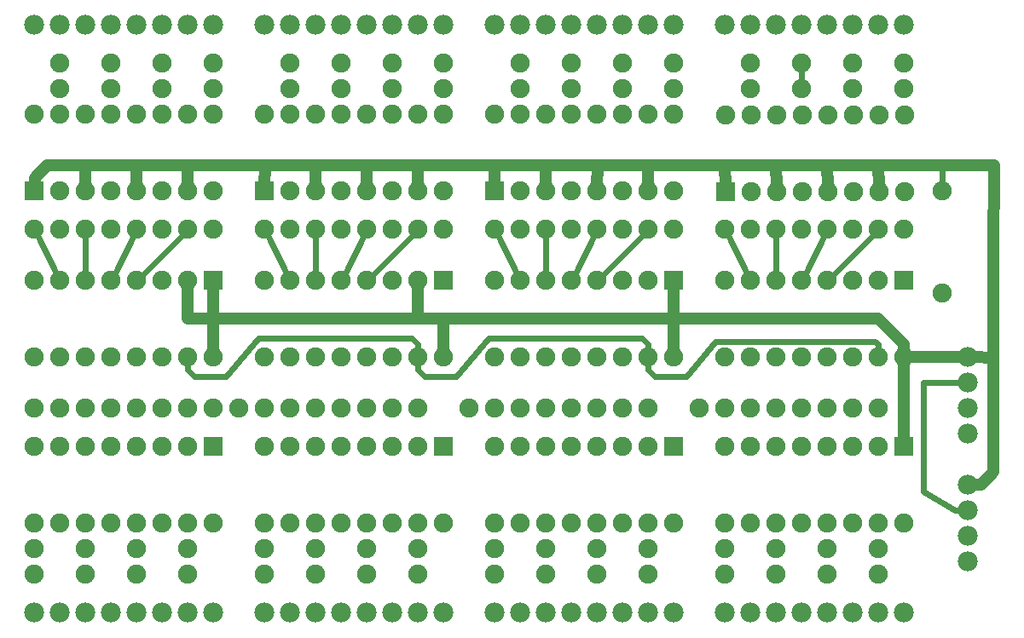
<source format=gtl>
G04 MADE WITH FRITZING*
G04 WWW.FRITZING.ORG*
G04 DOUBLE SIDED*
G04 HOLES PLATED*
G04 CONTOUR ON CENTER OF CONTOUR VECTOR*
%ASAXBY*%
%FSLAX23Y23*%
%MOIN*%
%OFA0B0*%
%SFA1.0B1.0*%
%ADD10C,0.075000*%
%ADD11C,0.078000*%
%ADD12R,0.075000X0.075000*%
%ADD13C,0.024000*%
%ADD14C,0.048000*%
%LNCOPPER1*%
G90*
G70*
G54D10*
X3673Y1854D03*
X3673Y1454D03*
G54D11*
X823Y2504D03*
X723Y2504D03*
X623Y2504D03*
X523Y2504D03*
X423Y2504D03*
X323Y2504D03*
X223Y2504D03*
X123Y2504D03*
X1723Y2504D03*
X1623Y2504D03*
X1523Y2504D03*
X1423Y2504D03*
X1323Y2504D03*
X1223Y2504D03*
X1123Y2504D03*
X1023Y2504D03*
X2623Y2504D03*
X2523Y2504D03*
X2423Y2504D03*
X2323Y2504D03*
X2223Y2504D03*
X2123Y2504D03*
X2023Y2504D03*
X1923Y2504D03*
X3523Y2504D03*
X3423Y2504D03*
X3323Y2504D03*
X3223Y2504D03*
X3123Y2504D03*
X3023Y2504D03*
X2923Y2504D03*
X2823Y2504D03*
G54D10*
X823Y1504D03*
X823Y1204D03*
X723Y1504D03*
X723Y1204D03*
X623Y1504D03*
X623Y1204D03*
X523Y1504D03*
X523Y1204D03*
X423Y1504D03*
X423Y1204D03*
X323Y1504D03*
X323Y1204D03*
X223Y1504D03*
X223Y1204D03*
X123Y1504D03*
X123Y1204D03*
X1723Y1504D03*
X1723Y1204D03*
X1623Y1504D03*
X1623Y1204D03*
X1523Y1504D03*
X1523Y1204D03*
X1423Y1504D03*
X1423Y1204D03*
X1323Y1504D03*
X1323Y1204D03*
X1223Y1504D03*
X1223Y1204D03*
X1123Y1504D03*
X1123Y1204D03*
X1023Y1504D03*
X1023Y1204D03*
X2623Y1504D03*
X2623Y1204D03*
X2523Y1504D03*
X2523Y1204D03*
X2423Y1504D03*
X2423Y1204D03*
X2323Y1504D03*
X2323Y1204D03*
X2223Y1504D03*
X2223Y1204D03*
X2123Y1504D03*
X2123Y1204D03*
X2023Y1504D03*
X2023Y1204D03*
X1923Y1504D03*
X1923Y1204D03*
X3523Y1504D03*
X3523Y1204D03*
X3423Y1504D03*
X3423Y1204D03*
X3323Y1504D03*
X3323Y1204D03*
X3223Y1504D03*
X3223Y1204D03*
X3123Y1504D03*
X3123Y1204D03*
X3023Y1504D03*
X3023Y1204D03*
X2923Y1504D03*
X2923Y1204D03*
X2823Y1504D03*
X2823Y1204D03*
G54D11*
X3773Y704D03*
X3773Y604D03*
X3773Y504D03*
X3773Y404D03*
X3773Y1204D03*
X3773Y1104D03*
X3773Y1004D03*
X3773Y904D03*
G54D10*
X823Y854D03*
X823Y554D03*
X723Y854D03*
X723Y554D03*
X623Y854D03*
X623Y554D03*
X523Y854D03*
X523Y554D03*
X423Y854D03*
X423Y554D03*
X323Y854D03*
X323Y554D03*
X223Y854D03*
X223Y554D03*
X123Y854D03*
X123Y554D03*
X1723Y854D03*
X1723Y554D03*
X1623Y854D03*
X1623Y554D03*
X1523Y854D03*
X1523Y554D03*
X1423Y854D03*
X1423Y554D03*
X1323Y854D03*
X1323Y554D03*
X1223Y854D03*
X1223Y554D03*
X1123Y854D03*
X1123Y554D03*
X1023Y854D03*
X1023Y554D03*
X2623Y854D03*
X2623Y554D03*
X2523Y854D03*
X2523Y554D03*
X2423Y854D03*
X2423Y554D03*
X2323Y854D03*
X2323Y554D03*
X2223Y854D03*
X2223Y554D03*
X2123Y854D03*
X2123Y554D03*
X2023Y854D03*
X2023Y554D03*
X1923Y854D03*
X1923Y554D03*
X3523Y854D03*
X3523Y554D03*
X3423Y854D03*
X3423Y554D03*
X3323Y854D03*
X3323Y554D03*
X3223Y854D03*
X3223Y554D03*
X3123Y854D03*
X3123Y554D03*
X3023Y854D03*
X3023Y554D03*
X2923Y854D03*
X2923Y554D03*
X2823Y854D03*
X2823Y554D03*
X123Y1854D03*
X123Y2154D03*
X223Y1854D03*
X223Y2154D03*
X323Y1854D03*
X323Y2154D03*
X423Y1854D03*
X423Y2154D03*
X523Y1854D03*
X523Y2154D03*
X623Y1854D03*
X623Y2154D03*
X723Y1854D03*
X723Y2154D03*
X823Y1854D03*
X823Y2154D03*
X1923Y1854D03*
X1923Y2154D03*
X2023Y1854D03*
X2023Y2154D03*
X2123Y1854D03*
X2123Y2154D03*
X2223Y1854D03*
X2223Y2154D03*
X2323Y1854D03*
X2323Y2154D03*
X2423Y1854D03*
X2423Y2154D03*
X2523Y1854D03*
X2523Y2154D03*
X2623Y1854D03*
X2623Y2154D03*
X1023Y1854D03*
X1023Y2154D03*
X1123Y1854D03*
X1123Y2154D03*
X1223Y1854D03*
X1223Y2154D03*
X1323Y1854D03*
X1323Y2154D03*
X1423Y1854D03*
X1423Y2154D03*
X1523Y1854D03*
X1523Y2154D03*
X1623Y1854D03*
X1623Y2154D03*
X1723Y1854D03*
X1723Y2154D03*
X2824Y1853D03*
X2824Y2153D03*
X2924Y1853D03*
X2924Y2153D03*
X3024Y1853D03*
X3024Y2153D03*
X3124Y1853D03*
X3124Y2153D03*
X3224Y1853D03*
X3224Y2153D03*
X3324Y1853D03*
X3324Y2153D03*
X3424Y1853D03*
X3424Y2153D03*
X3524Y1853D03*
X3524Y2153D03*
X3523Y2254D03*
X3523Y2354D03*
X3123Y2354D03*
X3123Y2254D03*
X1723Y2354D03*
X1723Y2254D03*
X2623Y2354D03*
X2623Y2254D03*
X1523Y2354D03*
X1523Y2254D03*
X2423Y2354D03*
X2423Y2254D03*
X1323Y2354D03*
X1323Y2254D03*
X2223Y2354D03*
X2223Y2254D03*
X1123Y2354D03*
X1123Y2254D03*
X2023Y2354D03*
X2023Y2254D03*
X3323Y1004D03*
X3423Y1004D03*
X3123Y1004D03*
X3223Y1004D03*
X2923Y1004D03*
X3023Y1004D03*
X123Y1004D03*
X223Y1004D03*
X923Y1004D03*
X1023Y1004D03*
X1823Y1004D03*
X1923Y1004D03*
X323Y1004D03*
X423Y1004D03*
X1123Y1004D03*
X1223Y1004D03*
X2023Y1004D03*
X2123Y1004D03*
X523Y1004D03*
X623Y1004D03*
X1323Y1004D03*
X1423Y1004D03*
X2223Y1004D03*
X2323Y1004D03*
X723Y1004D03*
X823Y1004D03*
X1523Y1004D03*
X1623Y1004D03*
X2423Y1004D03*
X2523Y1004D03*
X2723Y1004D03*
X2823Y1004D03*
X3423Y1704D03*
X3523Y1704D03*
X3023Y1704D03*
X3123Y1704D03*
X3323Y1704D03*
X3223Y1704D03*
X723Y1704D03*
X823Y1704D03*
X1623Y1704D03*
X1723Y1704D03*
X2523Y1704D03*
X2623Y1704D03*
X623Y1704D03*
X523Y1704D03*
X1523Y1704D03*
X1423Y1704D03*
X2423Y1704D03*
X2323Y1704D03*
X323Y1704D03*
X423Y1704D03*
X1223Y1704D03*
X1323Y1704D03*
X2123Y1704D03*
X2223Y1704D03*
X223Y1704D03*
X123Y1704D03*
X1123Y1704D03*
X1023Y1704D03*
X2023Y1704D03*
X1923Y1704D03*
X2923Y1704D03*
X2823Y1704D03*
X3423Y454D03*
X3423Y354D03*
X3223Y454D03*
X3223Y354D03*
X3023Y454D03*
X3023Y354D03*
X723Y454D03*
X723Y354D03*
X1623Y454D03*
X1623Y354D03*
X2523Y454D03*
X2523Y354D03*
X523Y454D03*
X523Y354D03*
X1423Y454D03*
X1423Y354D03*
X2323Y454D03*
X2323Y354D03*
X323Y454D03*
X323Y354D03*
X1223Y454D03*
X1223Y354D03*
X2123Y454D03*
X2123Y354D03*
X123Y454D03*
X123Y354D03*
X1023Y454D03*
X1023Y354D03*
X1923Y454D03*
X1923Y354D03*
X2823Y454D03*
X2823Y354D03*
X823Y2354D03*
X823Y2254D03*
X623Y2354D03*
X623Y2254D03*
X223Y2354D03*
X223Y2254D03*
X423Y2354D03*
X423Y2254D03*
G54D11*
X123Y204D03*
X223Y204D03*
X323Y204D03*
X423Y204D03*
X523Y204D03*
X623Y204D03*
X723Y204D03*
X823Y204D03*
X2823Y204D03*
X2923Y204D03*
X3023Y204D03*
X3123Y204D03*
X3223Y204D03*
X3323Y204D03*
X3423Y204D03*
X3523Y204D03*
X1923Y204D03*
X2023Y204D03*
X2123Y204D03*
X2223Y204D03*
X2323Y204D03*
X2423Y204D03*
X2523Y204D03*
X2623Y204D03*
X1023Y204D03*
X1123Y204D03*
X1223Y204D03*
X1323Y204D03*
X1423Y204D03*
X1523Y204D03*
X1623Y204D03*
X1723Y204D03*
G54D10*
X3323Y2254D03*
X3323Y2354D03*
X2923Y2354D03*
X2923Y2254D03*
G54D12*
X823Y1504D03*
X1723Y1504D03*
X2623Y1504D03*
X3523Y1504D03*
X823Y854D03*
X1723Y854D03*
X2623Y854D03*
X3523Y854D03*
X123Y1854D03*
X1923Y1854D03*
X1023Y1854D03*
X2824Y1853D03*
G54D13*
X3673Y1954D02*
X3673Y1872D01*
D02*
X323Y1522D02*
X323Y1687D01*
D02*
X215Y1520D02*
X131Y1688D01*
D02*
X431Y1520D02*
X515Y1688D01*
D02*
X535Y1517D02*
X711Y1692D01*
D02*
X1115Y1520D02*
X1031Y1688D01*
D02*
X1435Y1517D02*
X1611Y1692D01*
D02*
X1331Y1520D02*
X1415Y1688D01*
D02*
X1223Y1522D02*
X1223Y1687D01*
D02*
X2335Y1517D02*
X2511Y1692D01*
D02*
X2231Y1520D02*
X2315Y1688D01*
D02*
X2123Y1522D02*
X2123Y1687D01*
D02*
X2015Y1520D02*
X1931Y1688D01*
D02*
X3023Y1522D02*
X3023Y1687D01*
D02*
X3131Y1520D02*
X3215Y1688D01*
D02*
X2915Y1520D02*
X2831Y1688D01*
D02*
X3235Y1517D02*
X3411Y1692D01*
G54D14*
D02*
X3523Y1187D02*
X3523Y872D01*
D02*
X2623Y1487D02*
X2623Y1354D01*
G54D13*
D02*
X3123Y2337D02*
X3123Y2272D01*
D02*
X3598Y1104D02*
X3754Y1104D01*
D02*
X3598Y679D02*
X3598Y1104D01*
D02*
X3754Y604D02*
X3723Y604D01*
G54D14*
D02*
X723Y1354D02*
X723Y1487D01*
D02*
X823Y1354D02*
X723Y1354D01*
D02*
X823Y1354D02*
X823Y1487D01*
D02*
X1623Y1354D02*
X1623Y1487D01*
D02*
X1623Y1954D02*
X1623Y1872D01*
D02*
X1423Y1954D02*
X1423Y1872D01*
D02*
X1222Y1954D02*
X1223Y1872D01*
D02*
X1623Y1954D02*
X1423Y1954D01*
D02*
X1423Y1954D02*
X1222Y1954D01*
D02*
X1222Y1954D02*
X1024Y1954D01*
D02*
X322Y1955D02*
X323Y1872D01*
D02*
X523Y1955D02*
X523Y1872D01*
D02*
X723Y1955D02*
X723Y1872D01*
D02*
X723Y1955D02*
X523Y1955D01*
D02*
X523Y1955D02*
X322Y1955D01*
D02*
X322Y1955D02*
X173Y1955D01*
D02*
X1024Y1954D02*
X1023Y1872D01*
D02*
X1024Y1954D02*
X723Y1955D01*
D02*
X173Y1955D02*
X124Y1904D01*
D02*
X124Y1904D02*
X123Y1872D01*
D02*
X1923Y1954D02*
X1623Y1954D01*
D02*
X3824Y705D02*
X3792Y704D01*
D02*
X3872Y1203D02*
X3872Y755D01*
D02*
X3872Y755D02*
X3824Y705D01*
D02*
X3792Y1204D02*
X3872Y1203D01*
D02*
X2523Y1954D02*
X2324Y1954D01*
D02*
X2324Y1954D02*
X2123Y1954D01*
D02*
X2123Y1954D02*
X1923Y1954D01*
D02*
X1923Y1954D02*
X1923Y1872D01*
D02*
X2822Y1954D02*
X2523Y1954D01*
D02*
X2123Y1954D02*
X2123Y1872D01*
D02*
X2324Y1954D02*
X2323Y1872D01*
D02*
X2523Y1954D02*
X2523Y1872D01*
D02*
X1623Y1354D02*
X823Y1354D01*
D02*
X1723Y1354D02*
X1623Y1354D01*
D02*
X823Y1354D02*
X823Y1222D01*
D02*
X1723Y1222D02*
X1723Y1354D01*
D02*
X2623Y1354D02*
X2623Y1222D01*
D02*
X2523Y1354D02*
X2623Y1354D01*
D02*
X1723Y1354D02*
X2523Y1354D01*
D02*
X3523Y1254D02*
X3523Y1222D01*
D02*
X3423Y1354D02*
X3523Y1254D01*
D02*
X2623Y1354D02*
X3423Y1354D01*
G54D13*
D02*
X1623Y1154D02*
X1623Y1187D01*
D02*
X1648Y1130D02*
X1623Y1154D01*
D02*
X2498Y1279D02*
X1898Y1279D01*
D02*
X2523Y1222D02*
X2523Y1254D01*
D02*
X2523Y1254D02*
X2498Y1279D01*
D02*
X1898Y1279D02*
X1773Y1130D01*
D02*
X1773Y1130D02*
X1648Y1130D01*
D02*
X2523Y1187D02*
X2523Y1154D01*
D02*
X3423Y1254D02*
X3423Y1222D01*
D02*
X2548Y1130D02*
X2673Y1130D01*
D02*
X2785Y1267D02*
X3410Y1267D01*
D02*
X2673Y1130D02*
X2785Y1267D01*
D02*
X3410Y1267D02*
X3423Y1254D01*
D02*
X2523Y1154D02*
X2548Y1130D01*
D02*
X723Y1155D02*
X723Y1187D01*
D02*
X748Y1130D02*
X723Y1155D01*
D02*
X1623Y1254D02*
X1598Y1279D01*
D02*
X1623Y1222D02*
X1623Y1254D01*
D02*
X1598Y1279D02*
X998Y1279D01*
D02*
X998Y1279D02*
X873Y1130D01*
D02*
X873Y1130D02*
X748Y1130D01*
G54D14*
D02*
X2822Y1954D02*
X2824Y1871D01*
D02*
X3023Y1954D02*
X2822Y1954D01*
D02*
X3024Y1871D02*
X3023Y1954D01*
D02*
X3223Y1954D02*
X3224Y1871D01*
D02*
X3023Y1954D02*
X3223Y1954D01*
D02*
X3423Y1954D02*
X3424Y1871D01*
D02*
X3223Y1954D02*
X3423Y1954D01*
D02*
X3872Y1604D02*
X3872Y1203D01*
D02*
X3874Y1954D02*
X3872Y1604D01*
D02*
X3673Y1954D02*
X3874Y1954D01*
D02*
X3423Y1954D02*
X3673Y1954D01*
D02*
X3541Y1204D02*
X3754Y1204D01*
G54D13*
D02*
X3723Y604D02*
X3598Y679D01*
G04 End of Copper1*
M02*
</source>
